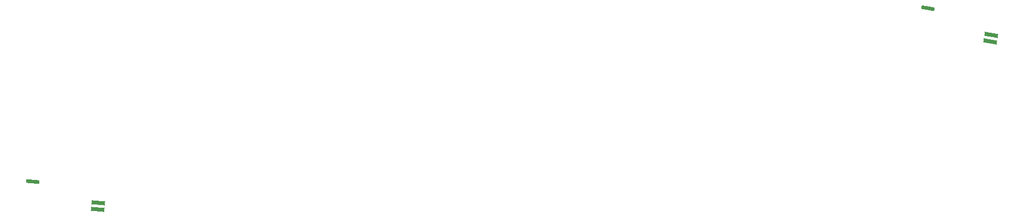
<source format=gbr>
*
G4_C Author: OrCAD GerbTool(tm) 8.1.1 Wed Jun 18 21:18:24 2003*
%LPD*%
%LNsilkbot*%
%FSLAX34Y34*%
%MOIN*%
%AD*%
%AMD25R98*
20,1,0.025000,0.000000,-0.035000,0.000000,0.035000,98.600000*
%
%AMD10R98*
20,1,0.050000,-0.025000,0.000000,0.025000,0.000000,98.600000*
%
%AMD25R98N2*
20,1,0.025000,0.000000,-0.035000,0.000000,0.035000,98.600000*
%
%AMD10R98N2*
20,1,0.050000,-0.025000,0.000000,0.025000,0.000000,98.600000*
%
%AMD25R86*
20,1,0.025000,0.000000,-0.035000,0.000000,0.035000,86.080000*
%
%AMD10R86*
20,1,0.050000,-0.025000,0.000000,0.025000,0.000000,86.080000*
%
%AMD16R5*
20,1,0.025000,-0.035000,0.000000,0.035000,0.000000,5.450000*
%
%AMD10R5*
20,1,0.050000,-0.025000,0.000000,0.025000,0.000000,5.450000*
%
%AMD16R5N2*
20,1,0.025000,-0.035000,0.000000,0.035000,0.000000,5.450000*
%
%AMD10R5N2*
20,1,0.050000,-0.025000,0.000000,0.025000,0.000000,5.450000*
%
%AMD32R3*
20,1,0.025000,0.034920,-0.002390,-0.034920,0.002390,3.950000*
%
%AMD33R3*
20,1,0.050000,-0.001710,-0.024940,0.001710,0.024940,3.950000*
%
%AMD32R3N2*
20,1,0.025000,0.034920,-0.002390,-0.034920,0.002390,3.910000*
%
%AMD33R3N2*
20,1,0.050000,-0.001710,-0.024940,0.001710,0.024940,3.910000*
%
%AMD32R3N3*
20,1,0.025000,0.034920,-0.002390,-0.034920,0.002390,3.920000*
%
%AMD33R3N3*
20,1,0.050000,-0.001710,-0.024940,0.001710,0.024940,3.920000*
%
%AMD29R85*
20,1,0.022000,0.000000,-0.040000,0.000000,0.040000,85.000000*
%
%AMD29R80*
20,1,0.022000,0.000000,-0.040000,0.000000,0.040000,80.000000*
%
%AMD29R81*
20,1,0.022000,0.000000,-0.040000,0.000000,0.040000,81.000000*
%
%AMD30R81*
20,1,0.024000,0.000000,-0.041000,0.000000,0.041000,81.000000*
%
%AMD57R359*
20,1,0.022000,0.039510,-0.006260,-0.039510,0.006260,359.000000*
%
%AMD58R359*
20,1,0.024000,0.040500,-0.006410,-0.040500,0.006410,359.000000*
%
%AMD29R81N2*
20,1,0.022000,0.000000,-0.040000,0.000000,0.040000,81.000000*
%
%AMD30R81N2*
20,1,0.024000,0.000000,-0.041000,0.000000,0.041000,81.000000*
%
%AMD61R1*
20,1,0.022000,0.039510,-0.006260,-0.039510,0.006260,1.000000*
%
%AMD62R1*
20,1,0.024000,0.040500,-0.006410,-0.040500,0.006410,1.000000*
%
%AMD63R1*
20,1,0.022000,0.039610,-0.005570,-0.039610,0.005570,1.000000*
%
%AMD64R1*
20,1,0.024000,0.040610,-0.005700,-0.040610,0.005700,1.000000*
%
%AMD65R1*
20,1,0.022000,0.039700,-0.004880,-0.039700,0.004880,1.000000*
%
%AMD66R1*
20,1,0.024000,0.040700,-0.004990,-0.040700,0.004990,1.000000*
%
%AMD67R1*
20,1,0.022000,0.039780,-0.004190,-0.039780,0.004190,1.000000*
%
%AMD68R1*
20,1,0.024000,0.040780,-0.004280,-0.040780,0.004280,1.000000*
%
%AMD69R1*
20,1,0.022000,0.039850,-0.003500,-0.039850,0.003500,1.000000*
%
%AMD70R1*
20,1,0.024000,0.040850,-0.003570,-0.040850,0.003570,1.000000*
%
%AMD71R1*
20,1,0.022000,0.039910,-0.002800,-0.039910,0.002800,1.000000*
%
%AMD72R1*
20,1,0.024000,0.040910,-0.002860,-0.040910,0.002860,1.000000*
%
%AMD73R357*
20,1,0.022000,0.039950,-0.002100,-0.039950,0.002100,357.000000*
%
%AMD74R357*
20,1,0.024000,0.040950,-0.002150,-0.040950,0.002150,357.000000*
%
%AMD75R1*
20,1,0.022000,0.039790,-0.004190,-0.039790,0.004190,1.000000*
%
%AMD76R1*
20,1,0.024000,0.040780,-0.004290,-0.040780,0.004290,1.000000*
%
%ADD10R,0.050000X0.050000*%
%ADD11C,0.006000*%
%ADD12C,0.019000*%
%ADD13C,0.007900*%
%ADD14C,0.005000*%
%ADD15C,0.000800*%
%ADD16R,0.070000X0.025000*%
%ADD17R,0.068000X0.023000*%
%ADD18C,0.006000*%
%ADD19C,0.009800*%
%ADD20C,0.010000*%
%ADD21C,0.030000*%
%ADD22C,0.060000*%
%ADD23C,0.035000*%
%ADD24C,0.055000*%
%ADD25R,0.025000X0.070000*%
%ADD26R,0.027000X0.072000*%
%ADD27R,0.029000X0.058000*%
%ADD28R,0.031000X0.060000*%
%ADD29R,0.022000X0.080000*%
%ADD30R,0.024000X0.082000*%
%ADD31D10R98N2*%
%ADD32D25R86*%
%ADD33D10R86*%
%ADD34D16R5*%
%ADD35D10R5*%
%ADD36D16R5N2*%
%ADD37D10R5N2*%
%ADD38D25R98N2*%
%ADD39D10R98N2*%
%ADD40D25R86*%
%ADD41D10R86*%
%ADD42D16R5*%
%ADD43D10R5*%
%ADD44D16R5N2*%
%ADD45D10R5N2*%
%ADD46D32R3*%
%ADD47D33R3*%
%ADD48R,0.070000X0.025000*%
%ADD49D33R3N2*%
%ADD50C,0.011000*%
%ADD51C,0.036000*%
%ADD52C,0.015000*%
%ADD53R,0.070000X0.025000*%
%ADD54R,0.050000X0.050000*%
%ADD55D29R85*%
%ADD56D29R80*%
%ADD57D29R81*%
%ADD58D30R81*%
%ADD59D57R359*%
%ADD60D58R359*%
%ADD61D29R81N2*%
%ADD62D30R81N2*%
%ADD63D61R1*%
%ADD64D62R1*%
%ADD65D63R1*%
%ADD66D64R1*%
%ADD67D65R1*%
%ADD68D66R1*%
%ADD69D67R1*%
%ADD70D68R1*%
%ADD71D69R1*%
%ADD72D70R1*%
%ADD73D71R1*%
%ADD74D72R1*%
%ADD75D73R357*%
%ADD76D74R357*%
%ADD77D75R1*%
%ADD78D76R1*%
%ADD256R,0.080000X0.022000*%
G4_C OrCAD GerbTool Tool List *
G4_D50 1 0.0110 T 0 0*
G4_D51 3 0.0360 T 0 0*
G4_D52 2 0.0150 T 0 0*
G54D59*
G1X90503Y22090D3*
G54D60*
G1X94377Y20441D3*
G1X94312Y20052D3*
G54D77*
G1X35847Y11494D3*
G54D78*
G1X39849Y10189D3*
G1X39819Y9796D3*
M2*

</source>
